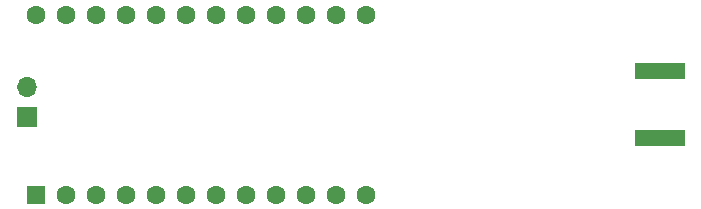
<source format=gbr>
%TF.GenerationSoftware,KiCad,Pcbnew,5.1.9+dfsg1-1+deb11u1*%
%TF.CreationDate,2023-03-09T18:16:30+02:00*%
%TF.ProjectId,lora_digirepeater_micro,6c6f7261-5f64-4696-9769-726570656174,rev?*%
%TF.SameCoordinates,Original*%
%TF.FileFunction,Soldermask,Bot*%
%TF.FilePolarity,Negative*%
%FSLAX46Y46*%
G04 Gerber Fmt 4.6, Leading zero omitted, Abs format (unit mm)*
G04 Created by KiCad (PCBNEW 5.1.9+dfsg1-1+deb11u1) date 2023-03-09 18:16:30*
%MOMM*%
%LPD*%
G01*
G04 APERTURE LIST*
%ADD10R,1.600000X1.600000*%
%ADD11C,1.600000*%
%ADD12R,1.700000X1.700000*%
%ADD13O,1.700000X1.700000*%
%ADD14R,4.200000X1.350000*%
G04 APERTURE END LIST*
D10*
%TO.C,U1*%
X114046000Y-105664000D03*
D11*
X116586000Y-105664000D03*
X119126000Y-105664000D03*
X121666000Y-105664000D03*
X124206000Y-105664000D03*
X126746000Y-105664000D03*
X129286000Y-105664000D03*
X131826000Y-105664000D03*
X134366000Y-105664000D03*
X136906000Y-105664000D03*
X139446000Y-105664000D03*
X141986000Y-105664000D03*
X141986000Y-90424000D03*
X139446000Y-90424000D03*
X136906000Y-90424000D03*
X134366000Y-90424000D03*
X131826000Y-90424000D03*
X129286000Y-90424000D03*
X126746000Y-90424000D03*
X124206000Y-90424000D03*
X121666000Y-90424000D03*
X119126000Y-90424000D03*
X116586000Y-90424000D03*
X114046000Y-90424000D03*
%TD*%
D12*
%TO.C,J1*%
X113284000Y-99060000D03*
D13*
X113284000Y-96520000D03*
%TD*%
D14*
%TO.C,J2*%
X166878000Y-100869000D03*
X166878000Y-95219000D03*
%TD*%
M02*

</source>
